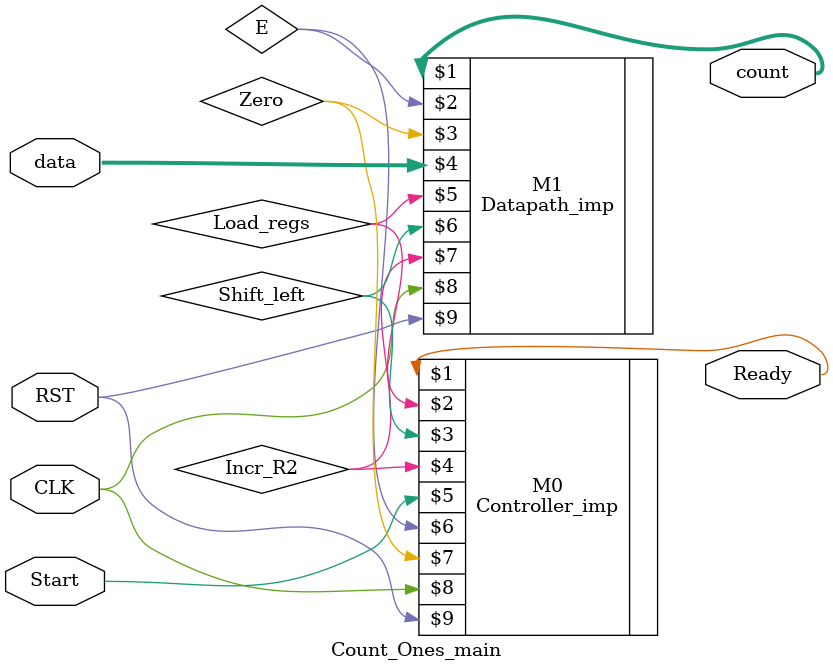
<source format=v>
`timescale 1ns / 1ps

module Count_Ones_main(count, Ready, data, Start, CLK, RST);

parameter R1_size = 8, R2_size = 4; //settting up sizes of the registers involved 

output [R2_size-1:0] count;
output Ready;

input [R1_size-1:0] data;
input Start, CLK, RST;

wire Load_regs, Shift_left, Incr_R2, Zero, E;

//Instantiating the Datapath module
Datapath_imp M1 (count, E, Zero, data, Load_regs, Shift_left, Incr_R2, CLK, RST);

//Instantiating the controller module
Controller_imp M0 (Ready, Load_regs, Shift_left, Incr_R2, Start, E, Zero, CLK, RST);



endmodule

</source>
